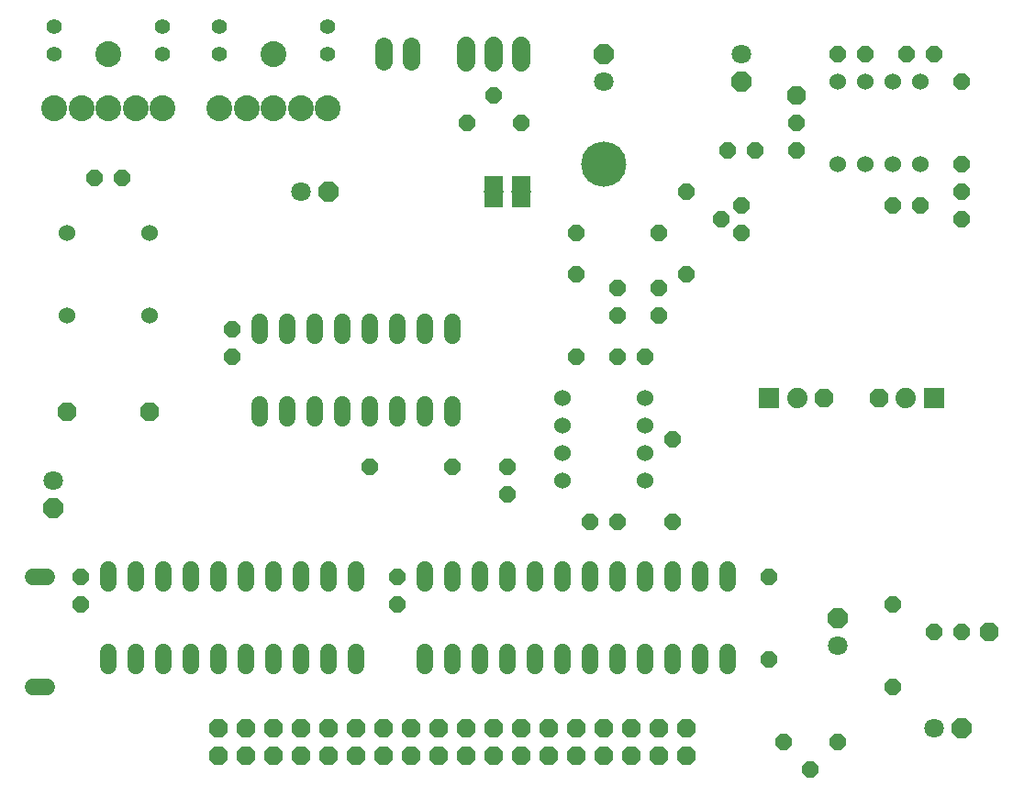
<source format=gbs>
G04 EAGLE Gerber RS-274X export*
G75*
%MOMM*%
%FSLAX34Y34*%
%LPD*%
%INSoldermask Bottom*%
%IPPOS*%
%AMOC8*
5,1,8,0,0,1.08239X$1,22.5*%
G01*
%ADD10P,1.649562X8X292.500000*%
%ADD11P,1.951982X8X292.500000*%
%ADD12C,1.803400*%
%ADD13P,1.649562X8X202.500000*%
%ADD14C,1.524000*%
%ADD15P,1.649562X8X22.500000*%
%ADD16P,1.951982X8X112.500000*%
%ADD17P,1.649562X8X112.500000*%
%ADD18C,1.625600*%
%ADD19C,2.387600*%
%ADD20C,1.403200*%
%ADD21P,1.869504X8X22.500000*%
%ADD22P,1.951982X8X22.500000*%
%ADD23C,4.165600*%
%ADD24P,1.869504X8X202.500000*%
%ADD25C,1.524000*%
%ADD26C,1.727200*%
%ADD27R,1.803400X1.371600*%
%ADD28R,1.828800X0.152400*%
%ADD29R,1.917700X1.917700*%
%ADD30C,1.879600*%


D10*
X368300Y215900D03*
X368300Y190500D03*
D11*
X50800Y279400D03*
D12*
X50800Y304800D03*
D13*
X432054Y635000D03*
X482346Y635000D03*
X457200Y660400D03*
X698500Y609600D03*
X673100Y609600D03*
D14*
X774700Y596900D03*
X800100Y596900D03*
X800100Y673100D03*
X774700Y673100D03*
X825500Y596900D03*
X850900Y596900D03*
X825500Y673100D03*
X850900Y673100D03*
D13*
X800100Y698500D03*
X774700Y698500D03*
D10*
X736600Y635000D03*
X736600Y609600D03*
D15*
X838200Y698500D03*
X863600Y698500D03*
D16*
X558800Y698500D03*
D12*
X558800Y673100D03*
D17*
X889000Y596900D03*
X889000Y673100D03*
D10*
X889000Y571500D03*
X889000Y546100D03*
D18*
X381000Y691388D02*
X381000Y705612D01*
X355600Y705612D02*
X355600Y691388D01*
D19*
X254000Y698500D03*
X279000Y648500D03*
X304000Y648500D03*
X229000Y648500D03*
X204000Y648500D03*
D20*
X304000Y698500D03*
X304000Y723500D03*
X204000Y723500D03*
X204000Y698500D03*
D19*
X253600Y648500D03*
D21*
X736600Y660400D03*
D10*
X825500Y190500D03*
X825500Y114300D03*
D22*
X889000Y76200D03*
D12*
X863600Y76200D03*
D16*
X774700Y177800D03*
D12*
X774700Y152400D03*
D15*
X863600Y165100D03*
X889000Y165100D03*
D19*
X101600Y698500D03*
X126600Y648500D03*
X151600Y648500D03*
X76600Y648500D03*
X51600Y648500D03*
D20*
X151600Y698500D03*
X151600Y723500D03*
X51600Y723500D03*
X51600Y698500D03*
D19*
X101200Y648500D03*
D21*
X914400Y165100D03*
D10*
X622300Y342900D03*
X622300Y266700D03*
D13*
X571500Y266700D03*
X546100Y266700D03*
D14*
X520700Y381000D03*
X520700Y355600D03*
X596900Y355600D03*
X596900Y381000D03*
X520700Y330200D03*
X520700Y304800D03*
X596900Y330200D03*
X596900Y304800D03*
D10*
X571500Y482600D03*
X571500Y457200D03*
D17*
X533400Y419100D03*
X533400Y495300D03*
X609600Y457200D03*
X609600Y482600D03*
D13*
X596900Y419100D03*
X571500Y419100D03*
X419100Y317500D03*
X342900Y317500D03*
D10*
X469900Y317500D03*
X469900Y292100D03*
D22*
X304800Y571500D03*
D12*
X279400Y571500D03*
D15*
X533400Y533400D03*
X609600Y533400D03*
X825500Y558800D03*
X850900Y558800D03*
D10*
X76200Y215900D03*
X76200Y190500D03*
D23*
X558800Y596900D03*
D24*
X635000Y76200D03*
X609600Y76200D03*
X584200Y76200D03*
X558800Y76200D03*
X533400Y76200D03*
X508000Y76200D03*
X635000Y50800D03*
X609600Y50800D03*
X584200Y50800D03*
X558800Y50800D03*
X533400Y50800D03*
X508000Y50800D03*
X482600Y76200D03*
X482600Y50800D03*
X457200Y76200D03*
X431800Y76200D03*
X406400Y76200D03*
X381000Y76200D03*
X355600Y76200D03*
X330200Y76200D03*
X457200Y50800D03*
X431800Y50800D03*
X406400Y50800D03*
X381000Y50800D03*
X355600Y50800D03*
X330200Y50800D03*
X304800Y76200D03*
X304800Y50800D03*
X279400Y76200D03*
X254000Y76200D03*
X228600Y76200D03*
X203200Y76200D03*
X279400Y50800D03*
X254000Y50800D03*
X228600Y50800D03*
X203200Y50800D03*
D25*
X44704Y114300D02*
X31496Y114300D01*
X31496Y215900D02*
X44704Y215900D01*
D26*
X482600Y690880D02*
X482600Y706120D01*
X457200Y706120D02*
X457200Y690880D01*
X431800Y690880D02*
X431800Y706120D01*
D25*
X393700Y146304D02*
X393700Y133096D01*
X419100Y133096D02*
X419100Y146304D01*
X444500Y146304D02*
X444500Y133096D01*
X469900Y133096D02*
X469900Y146304D01*
X495300Y146304D02*
X495300Y133096D01*
X520700Y133096D02*
X520700Y146304D01*
X546100Y146304D02*
X546100Y133096D01*
X571500Y133096D02*
X571500Y146304D01*
X596900Y146304D02*
X596900Y133096D01*
X622300Y133096D02*
X622300Y146304D01*
X647700Y146304D02*
X647700Y133096D01*
X673100Y133096D02*
X673100Y146304D01*
X673100Y209296D02*
X673100Y222504D01*
X647700Y222504D02*
X647700Y209296D01*
X622300Y209296D02*
X622300Y222504D01*
X596900Y222504D02*
X596900Y209296D01*
X571500Y209296D02*
X571500Y222504D01*
X546100Y222504D02*
X546100Y209296D01*
X520700Y209296D02*
X520700Y222504D01*
X495300Y222504D02*
X495300Y209296D01*
X469900Y209296D02*
X469900Y222504D01*
X444500Y222504D02*
X444500Y209296D01*
X419100Y209296D02*
X419100Y222504D01*
X393700Y222504D02*
X393700Y209296D01*
D15*
X774446Y63500D03*
X724154Y63500D03*
X749300Y38100D03*
D27*
X482600Y563880D03*
X482600Y579120D03*
D28*
X482600Y571500D03*
D27*
X457200Y563880D03*
X457200Y579120D03*
D28*
X457200Y571500D03*
D29*
X711200Y381000D03*
X863600Y381000D03*
D30*
X737400Y381000D03*
X837400Y381000D03*
D21*
X812800Y381000D03*
X762000Y381000D03*
D25*
X241300Y374904D02*
X241300Y361696D01*
X266700Y361696D02*
X266700Y374904D01*
X393700Y374904D02*
X393700Y361696D01*
X419100Y361696D02*
X419100Y374904D01*
X292100Y374904D02*
X292100Y361696D01*
X317500Y361696D02*
X317500Y374904D01*
X368300Y374904D02*
X368300Y361696D01*
X342900Y361696D02*
X342900Y374904D01*
X419100Y437896D02*
X419100Y451104D01*
X393700Y451104D02*
X393700Y437896D01*
X368300Y437896D02*
X368300Y451104D01*
X342900Y451104D02*
X342900Y437896D01*
X317500Y437896D02*
X317500Y451104D01*
X292100Y451104D02*
X292100Y437896D01*
X266700Y437896D02*
X266700Y451104D01*
X241300Y451104D02*
X241300Y437896D01*
D14*
X63500Y533400D03*
X63500Y457200D03*
X139700Y457200D03*
X139700Y533400D03*
D21*
X139700Y368300D03*
X63500Y368300D03*
D25*
X101600Y146304D02*
X101600Y133096D01*
X127000Y133096D02*
X127000Y146304D01*
X254000Y146304D02*
X254000Y133096D01*
X279400Y133096D02*
X279400Y146304D01*
X152400Y146304D02*
X152400Y133096D01*
X177800Y133096D02*
X177800Y146304D01*
X228600Y146304D02*
X228600Y133096D01*
X203200Y133096D02*
X203200Y146304D01*
X304800Y146304D02*
X304800Y133096D01*
X330200Y133096D02*
X330200Y146304D01*
X330200Y209296D02*
X330200Y222504D01*
X304800Y222504D02*
X304800Y209296D01*
X279400Y209296D02*
X279400Y222504D01*
X254000Y222504D02*
X254000Y209296D01*
X228600Y209296D02*
X228600Y222504D01*
X203200Y222504D02*
X203200Y209296D01*
X177800Y209296D02*
X177800Y222504D01*
X152400Y222504D02*
X152400Y209296D01*
X127000Y209296D02*
X127000Y222504D01*
X101600Y222504D02*
X101600Y209296D01*
D10*
X215900Y444500D03*
X215900Y419100D03*
D13*
X114300Y584200D03*
X88900Y584200D03*
D17*
X685800Y558800D03*
X666750Y546100D03*
X685800Y533400D03*
D10*
X635000Y571500D03*
X635000Y495300D03*
D11*
X685800Y673100D03*
D12*
X685800Y698500D03*
D10*
X711200Y215900D03*
X711200Y139700D03*
M02*

</source>
